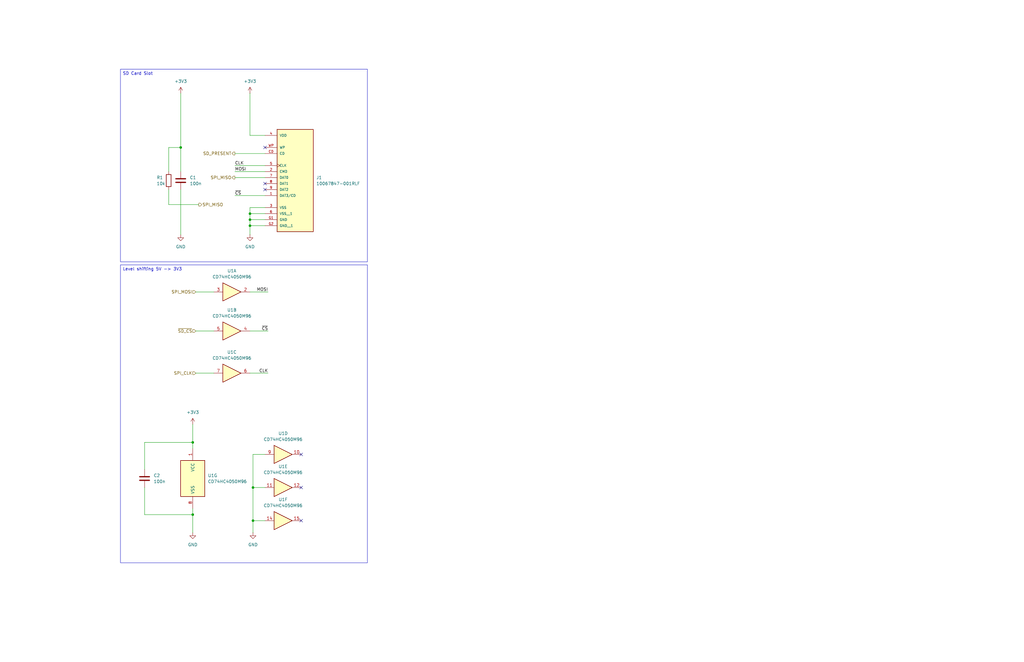
<source format=kicad_sch>
(kicad_sch (version 20250114) (generator "eeschema") (generator_version "9.0")
  (paper "USLedger")
  (lib_symbols
    (symbol "10067847-001RLF:10067847-001RLF" (pin_names (offset 1.016))
      (property "Reference" "J" (at -7.62 19.05 0))
      (property "Value" "10067847-001RLF" (at -7.62 -27.94 0))
      (symbol "10067847-001RLF_0_0"
        (rectangle (start -7.62 -25.4) (end 7.62 17.78) (stroke (width 0.254)) (fill (type background)))
        (pin power_in line (at -12.7 15.24 0) (length 5.08) (name "VDD") (number "4"))
        (pin input line (at -12.7 10.16 0) (length 5.08) (name "WP") (number "WP"))
        (pin input line (at -12.7 7.62 0) (length 5.08) (name "CD") (number "CD"))
        (pin bidirectional clock (at -12.7 2.54 0) (length 5.08) (name "CLK") (number "5"))
        (pin bidirectional line (at -12.7 0 0) (length 5.08) (name "CMD") (number "2"))
        (pin bidirectional line (at -12.7 -2.54 0) (length 5.08) (name "DAT0") (number "7"))
        (pin bidirectional line (at -12.7 -5.08 0) (length 5.08) (name "DAT1") (number "8"))
        (pin bidirectional line (at -12.7 -7.62 0) (length 5.08) (name "DAT2") (number "9"))
        (pin bidirectional line (at -12.7 -10.16 0) (length 5.08) (name "DAT3/CD") (number "1"))
        (pin power_in line (at -12.7 -15.24 0) (length 5.08) (name "VSS") (number "3"))
        (pin power_in line (at -12.7 -17.78 0) (length 5.08) (name "VSS__1") (number "6"))
        (pin power_in line (at -12.7 -20.32 0) (length 5.08) (name "GND") (number "G1"))
        (pin power_in line (at -12.7 -22.86 0) (length 5.08) (name "GND__1") (number "G2"))
      )
    )
    (symbol "4xxx:4050" (pin_names (offset 1.016))
      (property "Reference" "U" (at 0 1.27 0))
      (property "Value" "4050" (at 0 -1.27 0))
      (symbol "4050_1_0"
        (polyline (pts (xy -3.81 3.81) (xy -3.81 -3.81) (xy 3.81 0) (xy -3.81 3.81)) (stroke (width 0.254)) (fill (type background)))
        (pin input line (at -7.62 0 0) (length 3.81) (name "~") (number "3"))
        (pin output line (at 7.62 0 180) (length 3.81) (name "~") (number "2"))
      )
      (symbol "4050_2_0"
        (polyline (pts (xy -3.81 3.81) (xy -3.81 -3.81) (xy 3.81 0) (xy -3.81 3.81)) (stroke (width 0.254)) (fill (type background)))
        (pin input line (at -7.62 0 0) (length 3.81) (name "~") (number "5"))
        (pin output line (at 7.62 0 180) (length 3.81) (name "~") (number "4"))
      )
      (symbol "4050_3_0"
        (polyline (pts (xy -3.81 3.81) (xy -3.81 -3.81) (xy 3.81 0) (xy -3.81 3.81)) (stroke (width 0.254)) (fill (type background)))
        (pin input line (at -7.62 0 0) (length 3.81) (name "~") (number "7"))
        (pin output line (at 7.62 0 180) (length 3.81) (name "~") (number "6"))
      )
      (symbol "4050_4_0"
        (polyline (pts (xy -3.81 3.81) (xy -3.81 -3.81) (xy 3.81 0) (xy -3.81 3.81)) (stroke (width 0.254)) (fill (type background)))
        (pin input line (at -7.62 0 0) (length 3.81) (name "~") (number "9"))
        (pin output line (at 7.62 0 180) (length 3.81) (name "~") (number "10"))
      )
      (symbol "4050_5_0"
        (polyline (pts (xy -3.81 3.81) (xy -3.81 -3.81) (xy 3.81 0) (xy -3.81 3.81)) (stroke (width 0.254)) (fill (type background)))
        (pin input line (at -7.62 0 0) (length 3.81) (name "~") (number "11"))
        (pin output line (at 7.62 0 180) (length 3.81) (name "~") (number "12"))
      )
      (symbol "4050_6_0"
        (polyline (pts (xy -3.81 3.81) (xy -3.81 -3.81) (xy 3.81 0) (xy -3.81 3.81)) (stroke (width 0.254)) (fill (type background)))
        (pin input line (at -7.62 0 0) (length 3.81) (name "~") (number "14"))
        (pin output line (at 7.62 0 180) (length 3.81) (name "~") (number "15"))
      )
      (symbol "4050_7_0"
        (pin power_in line (at 0 12.7 270) (length 5.08) (name "VCC") (number "1"))
        (pin power_in line (at 0 -12.7 90) (length 5.08) (name "VSS") (number "8"))
      )
      (symbol "4050_7_1"
        (rectangle (start -5.08 7.62) (end 5.08 -7.62) (stroke (width 0.254)) (fill (type background)))
      )
    )
    (symbol "Device:C" (pin_numbers (hide yes)) (pin_names (offset 0.254))
      (property "Reference" "C" (at 0.635 2.54 0))
      (property "Value" "C" (at 0.635 -2.54 0))
      (symbol "C_0_1"
        (polyline (pts (xy -2.032 0.762) (xy 2.032 0.762)) (stroke (width 0.508)))
        (polyline (pts (xy -2.032 -0.762) (xy 2.032 -0.762)) (stroke (width 0.508)))
      )
      (symbol "C_1_1"
        (pin passive line (at 0 3.81 270) (length 2.794) (name "~") (number "1"))
        (pin passive line (at 0 -3.81 90) (length 2.794) (name "~") (number "2"))
      )
    )
    (symbol "Device:R" (pin_numbers (hide yes)) (pin_names (offset 0))
      (property "Reference" "R" (at 2.032 0 90))
      (property "Value" "R" (at 0 0 90))
      (symbol "R_0_1"
        (rectangle (start -1.016 -2.54) (end 1.016 2.54) (stroke (width 0.254)))
      )
      (symbol "R_1_1"
        (pin passive line (at 0 3.81 270) (length 1.27) (name "~") (number "1"))
        (pin passive line (at 0 -3.81 90) (length 1.27) (name "~") (number "2"))
      )
    )
    (symbol "power:+3.3V" (power) (pin_numbers (hide yes)) (pin_names (offset 0) (hide yes))
      (property "Value" "+3.3V" (at 0 3.556 0))
      (symbol "+3.3V_0_1"
        (polyline (pts (xy -0.762 1.27) (xy 0 2.54)))
        (polyline (pts (xy 0 2.54) (xy 0.762 1.27)))
        (polyline (pts (xy 0 0) (xy 0 2.54)))
      )
      (symbol "+3.3V_1_1"
        (pin power_in line (at 0 0 90) (length 0) (name "~") (number "1"))
      )
    )
    (symbol "power:GND" (power) (pin_numbers (hide yes)) (pin_names (offset 0) (hide yes))
      (property "Value" "GND" (at 0 -3.81 0))
      (symbol "GND_0_1"
        (polyline (pts (xy 0 0) (xy 0 -1.27) (xy 1.27 -1.27) (xy 0 -2.54) (xy -1.27 -1.27) (xy 0 -1.27)))
      )
      (symbol "GND_1_1"
        (pin power_in line (at 0 0 270) (length 0) (name "~") (number "1"))
      )
    )
  )
  (text_box "Level shifting 5V -> 3V3" (at 50.8 111.76 0) (size 104.14 125.73) (margins 0.9525 0.9525 0.9525 0.9525) (effects (font (size 1.27 1.27)) (justify left top)))
  (text_box "SD Card Slot" (at 50.8 29.21 0) (size 104.14 81.28) (margins 0.9525 0.9525 0.9525 0.9525) (effects (font (size 1.27 1.27)) (justify left top)))
  (junction (at 106.68 205.74))
  (junction (at 105.41 90.17))
  (junction (at 76.2 62.23))
  (junction (at 81.28 217.17))
  (junction (at 105.41 92.71))
  (junction (at 81.28 186.69))
  (junction (at 106.68 219.71))
  (junction (at 105.41 95.25))
  (no_connect (at 127 191.77))
  (no_connect (at 111.76 62.23))
  (no_connect (at 111.76 77.47))
  (no_connect (at 111.76 80.01))
  (no_connect (at 127 219.71))
  (no_connect (at 127 205.74))
  (wire (pts (xy 106.68 191.77) (xy 111.76 191.77)))
  (wire (pts (xy 76.2 80.01) (xy 76.2 99.06)))
  (wire (pts (xy 81.28 186.69) (xy 81.28 189.23)))
  (wire (pts (xy 106.68 191.77) (xy 106.68 205.74)))
  (wire (pts (xy 99.06 82.55) (xy 111.76 82.55)))
  (wire (pts (xy 81.28 179.07) (xy 81.28 186.69)))
  (wire (pts (xy 105.41 123.19) (xy 113.03 123.19)))
  (wire (pts (xy 82.55 123.19) (xy 90.17 123.19)))
  (wire (pts (xy 76.2 62.23) (xy 76.2 72.39)))
  (wire (pts (xy 81.28 214.63) (xy 81.28 217.17)))
  (wire (pts (xy 106.68 219.71) (xy 106.68 224.79)))
  (wire (pts (xy 111.76 92.71) (xy 105.41 92.71)))
  (wire (pts (xy 60.96 186.69) (xy 81.28 186.69)))
  (wire (pts (xy 99.06 74.93) (xy 111.76 74.93)))
  (wire (pts (xy 71.12 80.01) (xy 71.12 86.36)))
  (wire (pts (xy 82.55 139.7) (xy 90.17 139.7)))
  (wire (pts (xy 60.96 217.17) (xy 81.28 217.17)))
  (wire (pts (xy 111.76 219.71) (xy 106.68 219.71)))
  (wire (pts (xy 99.06 72.39) (xy 111.76 72.39)))
  (wire (pts (xy 71.12 72.39) (xy 71.12 62.23)))
  (wire (pts (xy 105.41 92.71) (xy 105.41 95.25)))
  (wire (pts (xy 105.41 57.15) (xy 111.76 57.15)))
  (wire (pts (xy 105.41 87.63) (xy 105.41 90.17)))
  (wire (pts (xy 105.41 95.25) (xy 105.41 99.06)))
  (wire (pts (xy 60.96 205.74) (xy 60.96 217.17)))
  (wire (pts (xy 111.76 87.63) (xy 105.41 87.63)))
  (wire (pts (xy 106.68 205.74) (xy 111.76 205.74)))
  (wire (pts (xy 105.41 95.25) (xy 111.76 95.25)))
  (wire (pts (xy 105.41 139.7) (xy 113.03 139.7)))
  (wire (pts (xy 106.68 205.74) (xy 106.68 219.71)))
  (wire (pts (xy 60.96 198.12) (xy 60.96 186.69)))
  (wire (pts (xy 99.06 64.77) (xy 111.76 64.77)))
  (wire (pts (xy 71.12 86.36) (xy 83.82 86.36)))
  (wire (pts (xy 82.55 157.48) (xy 90.17 157.48)))
  (wire (pts (xy 105.41 39.37) (xy 105.41 57.15)))
  (wire (pts (xy 105.41 90.17) (xy 111.76 90.17)))
  (wire (pts (xy 76.2 39.37) (xy 76.2 62.23)))
  (wire (pts (xy 105.41 157.48) (xy 113.03 157.48)))
  (wire (pts (xy 71.12 62.23) (xy 76.2 62.23)))
  (wire (pts (xy 105.41 90.17) (xy 105.41 92.71)))
  (wire (pts (xy 81.28 217.17) (xy 81.28 224.79)))
  (wire (pts (xy 99.06 69.85) (xy 111.76 69.85)))
  (label "CLK" (at 113.03 157.48 180))
  (label "MOSI" (at 113.03 123.19 180))
  (label "~{CS}" (at 99.06 82.55 0))
  (label "~{CS}" (at 113.03 139.7 180))
  (label "MOSI" (at 99.06 72.39 0))
  (label "CLK" (at 99.06 69.85 0))
  (hierarchical_label "SD_PRESENT" (shape output) (at 99.06 64.77 180))
  (hierarchical_label "~{SD_CS}" (shape input) (at 82.55 139.7 180))
  (hierarchical_label "SPI_MISO" (shape output) (at 83.82 86.36 0))
  (hierarchical_label "SPI_MISO" (shape output) (at 99.06 74.93 180))
  (hierarchical_label "SPI_MOSI" (shape input) (at 82.55 123.19 180))
  (hierarchical_label "SPI_CLK" (shape input) (at 82.55 157.48 180))
  (symbol (lib_id "power:GND") (at 105.41 99.06 0) (unit 1)
    (property "Reference" "#PWR04" (effects (hide yes)))
    (property "Value" "GND" (at 105.41 104.14 0))
    (property "Description" "Power symbol creates a global label with name \"GND\" , ground" (effects (hide yes)))
  )
  (symbol (lib_id "4xxx:4050") (at 97.79 157.48 0) (unit 3)
    (property "Reference" "U1" (at 97.79 148.59 0))
    (property "Value" "CD74HC4050M96" (at 97.79 151.13 0))
    (property "Footprint" "Footprints:SOIC127P600X175-16N" (effects (hide yes)))
    (property "Datasheet" "http://www.intersil.com/content/dam/intersil/documents/cd40/cd4050bms.pdf" (effects (hide yes)))
    (property "Description" "Hex Buffer" (effects (hide yes)))
    (property "MANUFACTURER_PART_NUMBER" "CD74HC4050M96" (effects (hide yes)))
  )
  (symbol (lib_id "4xxx:4050") (at 119.38 219.71 0) (unit 6)
    (property "Reference" "U1" (at 119.38 210.82 0))
    (property "Value" "CD74HC4050M96" (at 119.38 213.36 0))
    (property "Footprint" "Footprints:SOIC127P600X175-16N" (effects (hide yes)))
    (property "Datasheet" "http://www.intersil.com/content/dam/intersil/documents/cd40/cd4050bms.pdf" (effects (hide yes)))
    (property "Description" "Hex Buffer" (effects (hide yes)))
    (property "MANUFACTURER_PART_NUMBER" "CD74HC4050M96" (effects (hide yes)))
  )
  (symbol (lib_id "power:+3.3V") (at 76.2 39.37 0) (unit 1)
    (property "Reference" "#PWR01" (effects (hide yes)))
    (property "Value" "+3V3" (at 76.2 34.29 0))
    (property "Description" "Power symbol creates a global label with name \"+3.3V\"" (effects (hide yes)))
  )
  (symbol (lib_id "4xxx:4050") (at 97.79 123.19 0) (unit 1)
    (property "Reference" "U1" (at 97.79 114.3 0))
    (property "Value" "CD74HC4050M96" (at 97.79 116.84 0))
    (property "Footprint" "Footprints:SOIC127P600X175-16N" (effects (hide yes)))
    (property "Datasheet" "http://www.intersil.com/content/dam/intersil/documents/cd40/cd4050bms.pdf" (effects (hide yes)))
    (property "Description" "Hex Buffer" (effects (hide yes)))
    (property "MANUFACTURER_PART_NUMBER" "CD74HC4050M96" (effects (hide yes)))
  )
  (symbol (lib_id "Device:R") (at 71.12 76.2 0) (unit 1)
    (property "Reference" "R1" (at 66.04 74.9299 0) (effects (justify left)))
    (property "Value" "10k" (at 66.04 77.4699 0) (effects (justify left)))
    (property "Footprint" "Resistor_SMD:R_0603_1608Metric" (effects (hide yes)))
    (property "Description" "Resistor" (effects (hide yes)))
    (property "MANUFACTURER_PART_NUMBER" "RC0603FR-0710KL" (effects (hide yes)))
  )
  (symbol (lib_id "4xxx:4050") (at 119.38 191.77 0) (unit 4)
    (property "Reference" "U1" (at 119.38 182.88 0))
    (property "Value" "CD74HC4050M96" (at 119.38 185.42 0))
    (property "Footprint" "Footprints:SOIC127P600X175-16N" (effects (hide yes)))
    (property "Datasheet" "http://www.intersil.com/content/dam/intersil/documents/cd40/cd4050bms.pdf" (effects (hide yes)))
    (property "Description" "Hex Buffer" (effects (hide yes)))
    (property "MANUFACTURER_PART_NUMBER" "CD74HC4050M96" (effects (hide yes)))
  )
  (symbol (lib_id "Device:C") (at 60.96 201.93 0) (unit 1)
    (property "Reference" "C2" (at 64.77 200.6599 0) (effects (justify left)))
    (property "Value" "100n" (at 64.77 203.1999 0) (effects (justify left)))
    (property "Footprint" "Capacitor_SMD:C_0603_1608Metric" (effects (hide yes)))
    (property "Description" "Unpolarized capacitor" (effects (hide yes)))
    (property "MANUFACTURER_PART_NUMBER" "C0603C104K5RACTU" (effects (hide yes)))
  )
  (symbol (lib_id "power:+3.3V") (at 81.28 179.07 0) (unit 1)
    (property "Reference" "#PWR05" (effects (hide yes)))
    (property "Value" "+3V3" (at 81.28 173.99 0))
    (property "Description" "Power symbol creates a global label with name \"+3.3V\"" (effects (hide yes)))
  )
  (symbol (lib_id "10067847-001RLF:10067847-001RLF") (at 124.46 72.39 0) (unit 1)
    (property "Reference" "J1" (at 133.35 74.9299 0) (effects (justify left)))
    (property "Value" "10067847-001RLF" (at 133.35 77.4699 0) (effects (justify left)))
    (property "Footprint" "Footprints:AMPHENOL_10067847-001RLF" (effects (hide yes)))
    (property "PARTREV" "K" (effects (hide yes)))
    (property "MANUFACTURER" "Amphenol FCI" (effects (hide yes)))
    (property "MAXIMUM_PACKAGE_HEIGHT" "2.80 mm" (effects (hide yes)))
    (property "STANDARD" "Manufacturer Recommendations" (effects (hide yes)))
  )
  (symbol (lib_id "4xxx:4050") (at 97.79 139.7 0) (unit 2)
    (property "Reference" "U1" (at 97.79 130.81 0))
    (property "Value" "CD74HC4050M96" (at 97.79 133.35 0))
    (property "Footprint" "Footprints:SOIC127P600X175-16N" (effects (hide yes)))
    (property "Datasheet" "http://www.intersil.com/content/dam/intersil/documents/cd40/cd4050bms.pdf" (effects (hide yes)))
    (property "Description" "Hex Buffer" (effects (hide yes)))
    (property "MANUFACTURER_PART_NUMBER" "CD74HC4050M96" (effects (hide yes)))
  )
  (symbol (lib_id "power:+3.3V") (at 105.41 39.37 0) (unit 1)
    (property "Reference" "#PWR02" (effects (hide yes)))
    (property "Value" "+3V3" (at 105.41 34.29 0))
    (property "Description" "Power symbol creates a global label with name \"+3.3V\"" (effects (hide yes)))
  )
  (symbol (lib_id "power:GND") (at 76.2 99.06 0) (unit 1)
    (property "Reference" "#PWR03" (effects (hide yes)))
    (property "Value" "GND" (at 76.2 104.14 0))
    (property "Description" "Power symbol creates a global label with name \"GND\" , ground" (effects (hide yes)))
  )
  (symbol (lib_id "power:GND") (at 106.68 224.79 0) (unit 1)
    (property "Reference" "#PWR07" (effects (hide yes)))
    (property "Value" "GND" (at 106.68 229.87 0))
    (property "Description" "Power symbol creates a global label with name \"GND\" , ground" (effects (hide yes)))
  )
  (symbol (lib_id "4xxx:4050") (at 81.28 201.93 0) (unit 7)
    (property "Reference" "U1" (at 87.63 200.6599 0) (effects (justify left)))
    (property "Value" "CD74HC4050M96" (at 87.63 203.1999 0) (effects (justify left)))
    (property "Footprint" "Footprints:SOIC127P600X175-16N" (effects (hide yes)))
    (property "Datasheet" "http://www.intersil.com/content/dam/intersil/documents/cd40/cd4050bms.pdf" (effects (hide yes)))
    (property "Description" "Hex Buffer" (effects (hide yes)))
    (property "MANUFACTURER_PART_NUMBER" "CD74HC4050M96" (effects (hide yes)))
  )
  (symbol (lib_id "power:GND") (at 81.28 224.79 0) (unit 1)
    (property "Reference" "#PWR06" (effects (hide yes)))
    (property "Value" "GND" (at 81.28 229.87 0))
    (property "Description" "Power symbol creates a global label with name \"GND\" , ground" (effects (hide yes)))
  )
  (symbol (lib_id "4xxx:4050") (at 119.38 205.74 0) (unit 5)
    (property "Reference" "U1" (at 119.38 196.85 0))
    (property "Value" "CD74HC4050M96" (at 119.38 199.39 0))
    (property "Footprint" "Footprints:SOIC127P600X175-16N" (effects (hide yes)))
    (property "Datasheet" "http://www.intersil.com/content/dam/intersil/documents/cd40/cd4050bms.pdf" (effects (hide yes)))
    (property "Description" "Hex Buffer" (effects (hide yes)))
    (property "MANUFACTURER_PART_NUMBER" "CD74HC4050M96" (effects (hide yes)))
  )
  (symbol (lib_id "Device:C") (at 76.2 76.2 0) (unit 1)
    (property "Reference" "C1" (at 80.01 74.9299 0) (effects (justify left)))
    (property "Value" "100n" (at 80.01 77.4699 0) (effects (justify left)))
    (property "Footprint" "Capacitor_SMD:C_0603_1608Metric" (effects (hide yes)))
    (property "Description" "Unpolarized capacitor" (effects (hide yes)))
    (property "MANUFACTURER_PART_NUMBER" "C0603C104K5RACTU" (effects (hide yes)))
  )
)
</source>
